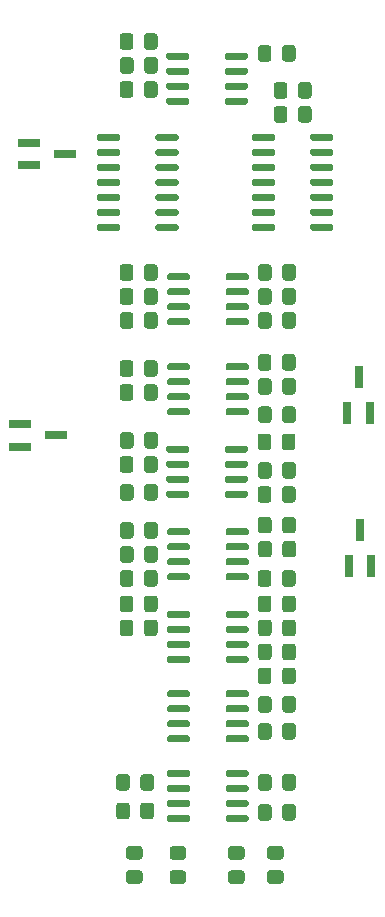
<source format=gbr>
G04 #@! TF.GenerationSoftware,KiCad,Pcbnew,5.1.6-c6e7f7d~86~ubuntu18.04.1*
G04 #@! TF.CreationDate,2020-06-20T10:02:23-04:00*
G04 #@! TF.ProjectId,sub_osc_board,7375625f-6f73-4635-9f62-6f6172642e6b,rev?*
G04 #@! TF.SameCoordinates,Original*
G04 #@! TF.FileFunction,Paste,Top*
G04 #@! TF.FilePolarity,Positive*
%FSLAX46Y46*%
G04 Gerber Fmt 4.6, Leading zero omitted, Abs format (unit mm)*
G04 Created by KiCad (PCBNEW 5.1.6-c6e7f7d~86~ubuntu18.04.1) date 2020-06-20 10:02:23*
%MOMM*%
%LPD*%
G01*
G04 APERTURE LIST*
%ADD10R,1.900000X0.800000*%
%ADD11R,0.800000X1.900000*%
G04 APERTURE END LIST*
G36*
G01*
X88949000Y-74479999D02*
X88949000Y-75380001D01*
G75*
G02*
X88699001Y-75630000I-249999J0D01*
G01*
X88048999Y-75630000D01*
G75*
G02*
X87799000Y-75380001I0J249999D01*
G01*
X87799000Y-74479999D01*
G75*
G02*
X88048999Y-74230000I249999J0D01*
G01*
X88699001Y-74230000D01*
G75*
G02*
X88949000Y-74479999I0J-249999D01*
G01*
G37*
G36*
G01*
X90999000Y-74479999D02*
X90999000Y-75380001D01*
G75*
G02*
X90749001Y-75630000I-249999J0D01*
G01*
X90098999Y-75630000D01*
G75*
G02*
X89849000Y-75380001I0J249999D01*
G01*
X89849000Y-74479999D01*
G75*
G02*
X90098999Y-74230000I249999J0D01*
G01*
X90749001Y-74230000D01*
G75*
G02*
X90999000Y-74479999I0J-249999D01*
G01*
G37*
G36*
G01*
X88958000Y-76511999D02*
X88958000Y-77412001D01*
G75*
G02*
X88708001Y-77662000I-249999J0D01*
G01*
X88057999Y-77662000D01*
G75*
G02*
X87808000Y-77412001I0J249999D01*
G01*
X87808000Y-76511999D01*
G75*
G02*
X88057999Y-76262000I249999J0D01*
G01*
X88708001Y-76262000D01*
G75*
G02*
X88958000Y-76511999I0J-249999D01*
G01*
G37*
G36*
G01*
X91008000Y-76511999D02*
X91008000Y-77412001D01*
G75*
G02*
X90758001Y-77662000I-249999J0D01*
G01*
X90107999Y-77662000D01*
G75*
G02*
X89858000Y-77412001I0J249999D01*
G01*
X89858000Y-76511999D01*
G75*
G02*
X90107999Y-76262000I249999J0D01*
G01*
X90758001Y-76262000D01*
G75*
G02*
X91008000Y-76511999I0J-249999D01*
G01*
G37*
D10*
X83137000Y-62854800D03*
X80137000Y-63804800D03*
X80137000Y-61904800D03*
X82384900Y-86702900D03*
X79384900Y-87652900D03*
X79384900Y-85752900D03*
D11*
X108028700Y-81772500D03*
X108978700Y-84772500D03*
X107078700Y-84772500D03*
X108155700Y-94713800D03*
X109105700Y-97713800D03*
X107205700Y-97713800D03*
G36*
G01*
X93750000Y-112245000D02*
X93750000Y-112545000D01*
G75*
G02*
X93600000Y-112695000I-150000J0D01*
G01*
X91950000Y-112695000D01*
G75*
G02*
X91800000Y-112545000I0J150000D01*
G01*
X91800000Y-112245000D01*
G75*
G02*
X91950000Y-112095000I150000J0D01*
G01*
X93600000Y-112095000D01*
G75*
G02*
X93750000Y-112245000I0J-150000D01*
G01*
G37*
G36*
G01*
X93750000Y-110975000D02*
X93750000Y-111275000D01*
G75*
G02*
X93600000Y-111425000I-150000J0D01*
G01*
X91950000Y-111425000D01*
G75*
G02*
X91800000Y-111275000I0J150000D01*
G01*
X91800000Y-110975000D01*
G75*
G02*
X91950000Y-110825000I150000J0D01*
G01*
X93600000Y-110825000D01*
G75*
G02*
X93750000Y-110975000I0J-150000D01*
G01*
G37*
G36*
G01*
X93750000Y-109705000D02*
X93750000Y-110005000D01*
G75*
G02*
X93600000Y-110155000I-150000J0D01*
G01*
X91950000Y-110155000D01*
G75*
G02*
X91800000Y-110005000I0J150000D01*
G01*
X91800000Y-109705000D01*
G75*
G02*
X91950000Y-109555000I150000J0D01*
G01*
X93600000Y-109555000D01*
G75*
G02*
X93750000Y-109705000I0J-150000D01*
G01*
G37*
G36*
G01*
X93750000Y-108435000D02*
X93750000Y-108735000D01*
G75*
G02*
X93600000Y-108885000I-150000J0D01*
G01*
X91950000Y-108885000D01*
G75*
G02*
X91800000Y-108735000I0J150000D01*
G01*
X91800000Y-108435000D01*
G75*
G02*
X91950000Y-108285000I150000J0D01*
G01*
X93600000Y-108285000D01*
G75*
G02*
X93750000Y-108435000I0J-150000D01*
G01*
G37*
G36*
G01*
X98700000Y-108435000D02*
X98700000Y-108735000D01*
G75*
G02*
X98550000Y-108885000I-150000J0D01*
G01*
X96900000Y-108885000D01*
G75*
G02*
X96750000Y-108735000I0J150000D01*
G01*
X96750000Y-108435000D01*
G75*
G02*
X96900000Y-108285000I150000J0D01*
G01*
X98550000Y-108285000D01*
G75*
G02*
X98700000Y-108435000I0J-150000D01*
G01*
G37*
G36*
G01*
X98700000Y-109705000D02*
X98700000Y-110005000D01*
G75*
G02*
X98550000Y-110155000I-150000J0D01*
G01*
X96900000Y-110155000D01*
G75*
G02*
X96750000Y-110005000I0J150000D01*
G01*
X96750000Y-109705000D01*
G75*
G02*
X96900000Y-109555000I150000J0D01*
G01*
X98550000Y-109555000D01*
G75*
G02*
X98700000Y-109705000I0J-150000D01*
G01*
G37*
G36*
G01*
X98700000Y-110975000D02*
X98700000Y-111275000D01*
G75*
G02*
X98550000Y-111425000I-150000J0D01*
G01*
X96900000Y-111425000D01*
G75*
G02*
X96750000Y-111275000I0J150000D01*
G01*
X96750000Y-110975000D01*
G75*
G02*
X96900000Y-110825000I150000J0D01*
G01*
X98550000Y-110825000D01*
G75*
G02*
X98700000Y-110975000I0J-150000D01*
G01*
G37*
G36*
G01*
X98700000Y-112245000D02*
X98700000Y-112545000D01*
G75*
G02*
X98550000Y-112695000I-150000J0D01*
G01*
X96900000Y-112695000D01*
G75*
G02*
X96750000Y-112545000I0J150000D01*
G01*
X96750000Y-112245000D01*
G75*
G02*
X96900000Y-112095000I150000J0D01*
G01*
X98550000Y-112095000D01*
G75*
G02*
X98700000Y-112245000I0J-150000D01*
G01*
G37*
G36*
G01*
X93750000Y-118976000D02*
X93750000Y-119276000D01*
G75*
G02*
X93600000Y-119426000I-150000J0D01*
G01*
X91950000Y-119426000D01*
G75*
G02*
X91800000Y-119276000I0J150000D01*
G01*
X91800000Y-118976000D01*
G75*
G02*
X91950000Y-118826000I150000J0D01*
G01*
X93600000Y-118826000D01*
G75*
G02*
X93750000Y-118976000I0J-150000D01*
G01*
G37*
G36*
G01*
X93750000Y-117706000D02*
X93750000Y-118006000D01*
G75*
G02*
X93600000Y-118156000I-150000J0D01*
G01*
X91950000Y-118156000D01*
G75*
G02*
X91800000Y-118006000I0J150000D01*
G01*
X91800000Y-117706000D01*
G75*
G02*
X91950000Y-117556000I150000J0D01*
G01*
X93600000Y-117556000D01*
G75*
G02*
X93750000Y-117706000I0J-150000D01*
G01*
G37*
G36*
G01*
X93750000Y-116436000D02*
X93750000Y-116736000D01*
G75*
G02*
X93600000Y-116886000I-150000J0D01*
G01*
X91950000Y-116886000D01*
G75*
G02*
X91800000Y-116736000I0J150000D01*
G01*
X91800000Y-116436000D01*
G75*
G02*
X91950000Y-116286000I150000J0D01*
G01*
X93600000Y-116286000D01*
G75*
G02*
X93750000Y-116436000I0J-150000D01*
G01*
G37*
G36*
G01*
X93750000Y-115166000D02*
X93750000Y-115466000D01*
G75*
G02*
X93600000Y-115616000I-150000J0D01*
G01*
X91950000Y-115616000D01*
G75*
G02*
X91800000Y-115466000I0J150000D01*
G01*
X91800000Y-115166000D01*
G75*
G02*
X91950000Y-115016000I150000J0D01*
G01*
X93600000Y-115016000D01*
G75*
G02*
X93750000Y-115166000I0J-150000D01*
G01*
G37*
G36*
G01*
X98700000Y-115166000D02*
X98700000Y-115466000D01*
G75*
G02*
X98550000Y-115616000I-150000J0D01*
G01*
X96900000Y-115616000D01*
G75*
G02*
X96750000Y-115466000I0J150000D01*
G01*
X96750000Y-115166000D01*
G75*
G02*
X96900000Y-115016000I150000J0D01*
G01*
X98550000Y-115016000D01*
G75*
G02*
X98700000Y-115166000I0J-150000D01*
G01*
G37*
G36*
G01*
X98700000Y-116436000D02*
X98700000Y-116736000D01*
G75*
G02*
X98550000Y-116886000I-150000J0D01*
G01*
X96900000Y-116886000D01*
G75*
G02*
X96750000Y-116736000I0J150000D01*
G01*
X96750000Y-116436000D01*
G75*
G02*
X96900000Y-116286000I150000J0D01*
G01*
X98550000Y-116286000D01*
G75*
G02*
X98700000Y-116436000I0J-150000D01*
G01*
G37*
G36*
G01*
X98700000Y-117706000D02*
X98700000Y-118006000D01*
G75*
G02*
X98550000Y-118156000I-150000J0D01*
G01*
X96900000Y-118156000D01*
G75*
G02*
X96750000Y-118006000I0J150000D01*
G01*
X96750000Y-117706000D01*
G75*
G02*
X96900000Y-117556000I150000J0D01*
G01*
X98550000Y-117556000D01*
G75*
G02*
X98700000Y-117706000I0J-150000D01*
G01*
G37*
G36*
G01*
X98700000Y-118976000D02*
X98700000Y-119276000D01*
G75*
G02*
X98550000Y-119426000I-150000J0D01*
G01*
X96900000Y-119426000D01*
G75*
G02*
X96750000Y-119276000I0J150000D01*
G01*
X96750000Y-118976000D01*
G75*
G02*
X96900000Y-118826000I150000J0D01*
G01*
X98550000Y-118826000D01*
G75*
G02*
X98700000Y-118976000I0J-150000D01*
G01*
G37*
G36*
G01*
X98113001Y-122622000D02*
X97212999Y-122622000D01*
G75*
G02*
X96963000Y-122372001I0J249999D01*
G01*
X96963000Y-121721999D01*
G75*
G02*
X97212999Y-121472000I249999J0D01*
G01*
X98113001Y-121472000D01*
G75*
G02*
X98363000Y-121721999I0J-249999D01*
G01*
X98363000Y-122372001D01*
G75*
G02*
X98113001Y-122622000I-249999J0D01*
G01*
G37*
G36*
G01*
X98113001Y-124672000D02*
X97212999Y-124672000D01*
G75*
G02*
X96963000Y-124422001I0J249999D01*
G01*
X96963000Y-123771999D01*
G75*
G02*
X97212999Y-123522000I249999J0D01*
G01*
X98113001Y-123522000D01*
G75*
G02*
X98363000Y-123771999I0J-249999D01*
G01*
X98363000Y-124422001D01*
G75*
G02*
X98113001Y-124672000I-249999J0D01*
G01*
G37*
G36*
G01*
X93160001Y-122622000D02*
X92259999Y-122622000D01*
G75*
G02*
X92010000Y-122372001I0J249999D01*
G01*
X92010000Y-121721999D01*
G75*
G02*
X92259999Y-121472000I249999J0D01*
G01*
X93160001Y-121472000D01*
G75*
G02*
X93410000Y-121721999I0J-249999D01*
G01*
X93410000Y-122372001D01*
G75*
G02*
X93160001Y-122622000I-249999J0D01*
G01*
G37*
G36*
G01*
X93160001Y-124672000D02*
X92259999Y-124672000D01*
G75*
G02*
X92010000Y-124422001I0J249999D01*
G01*
X92010000Y-123771999D01*
G75*
G02*
X92259999Y-123522000I249999J0D01*
G01*
X93160001Y-123522000D01*
G75*
G02*
X93410000Y-123771999I0J-249999D01*
G01*
X93410000Y-124422001D01*
G75*
G02*
X93160001Y-124672000I-249999J0D01*
G01*
G37*
G36*
G01*
X89477001Y-122604000D02*
X88576999Y-122604000D01*
G75*
G02*
X88327000Y-122354001I0J249999D01*
G01*
X88327000Y-121703999D01*
G75*
G02*
X88576999Y-121454000I249999J0D01*
G01*
X89477001Y-121454000D01*
G75*
G02*
X89727000Y-121703999I0J-249999D01*
G01*
X89727000Y-122354001D01*
G75*
G02*
X89477001Y-122604000I-249999J0D01*
G01*
G37*
G36*
G01*
X89477001Y-124654000D02*
X88576999Y-124654000D01*
G75*
G02*
X88327000Y-124404001I0J249999D01*
G01*
X88327000Y-123753999D01*
G75*
G02*
X88576999Y-123504000I249999J0D01*
G01*
X89477001Y-123504000D01*
G75*
G02*
X89727000Y-123753999I0J-249999D01*
G01*
X89727000Y-124404001D01*
G75*
G02*
X89477001Y-124654000I-249999J0D01*
G01*
G37*
G36*
G01*
X101551000Y-109924001D02*
X101551000Y-109023999D01*
G75*
G02*
X101800999Y-108774000I249999J0D01*
G01*
X102451001Y-108774000D01*
G75*
G02*
X102701000Y-109023999I0J-249999D01*
G01*
X102701000Y-109924001D01*
G75*
G02*
X102451001Y-110174000I-249999J0D01*
G01*
X101800999Y-110174000D01*
G75*
G02*
X101551000Y-109924001I0J249999D01*
G01*
G37*
G36*
G01*
X99501000Y-109924001D02*
X99501000Y-109023999D01*
G75*
G02*
X99750999Y-108774000I249999J0D01*
G01*
X100401001Y-108774000D01*
G75*
G02*
X100651000Y-109023999I0J-249999D01*
G01*
X100651000Y-109924001D01*
G75*
G02*
X100401001Y-110174000I-249999J0D01*
G01*
X99750999Y-110174000D01*
G75*
G02*
X99501000Y-109924001I0J249999D01*
G01*
G37*
G36*
G01*
X88644200Y-115627999D02*
X88644200Y-116528001D01*
G75*
G02*
X88394201Y-116778000I-249999J0D01*
G01*
X87744199Y-116778000D01*
G75*
G02*
X87494200Y-116528001I0J249999D01*
G01*
X87494200Y-115627999D01*
G75*
G02*
X87744199Y-115378000I249999J0D01*
G01*
X88394201Y-115378000D01*
G75*
G02*
X88644200Y-115627999I0J-249999D01*
G01*
G37*
G36*
G01*
X90694200Y-115627999D02*
X90694200Y-116528001D01*
G75*
G02*
X90444201Y-116778000I-249999J0D01*
G01*
X89794199Y-116778000D01*
G75*
G02*
X89544200Y-116528001I0J249999D01*
G01*
X89544200Y-115627999D01*
G75*
G02*
X89794199Y-115378000I249999J0D01*
G01*
X90444201Y-115378000D01*
G75*
G02*
X90694200Y-115627999I0J-249999D01*
G01*
G37*
G36*
G01*
X101551000Y-116528001D02*
X101551000Y-115627999D01*
G75*
G02*
X101800999Y-115378000I249999J0D01*
G01*
X102451001Y-115378000D01*
G75*
G02*
X102701000Y-115627999I0J-249999D01*
G01*
X102701000Y-116528001D01*
G75*
G02*
X102451001Y-116778000I-249999J0D01*
G01*
X101800999Y-116778000D01*
G75*
G02*
X101551000Y-116528001I0J249999D01*
G01*
G37*
G36*
G01*
X99501000Y-116528001D02*
X99501000Y-115627999D01*
G75*
G02*
X99750999Y-115378000I249999J0D01*
G01*
X100401001Y-115378000D01*
G75*
G02*
X100651000Y-115627999I0J-249999D01*
G01*
X100651000Y-116528001D01*
G75*
G02*
X100401001Y-116778000I-249999J0D01*
G01*
X99750999Y-116778000D01*
G75*
G02*
X99501000Y-116528001I0J249999D01*
G01*
G37*
G36*
G01*
X101551000Y-112210001D02*
X101551000Y-111309999D01*
G75*
G02*
X101800999Y-111060000I249999J0D01*
G01*
X102451001Y-111060000D01*
G75*
G02*
X102701000Y-111309999I0J-249999D01*
G01*
X102701000Y-112210001D01*
G75*
G02*
X102451001Y-112460000I-249999J0D01*
G01*
X101800999Y-112460000D01*
G75*
G02*
X101551000Y-112210001I0J249999D01*
G01*
G37*
G36*
G01*
X99501000Y-112210001D02*
X99501000Y-111309999D01*
G75*
G02*
X99750999Y-111060000I249999J0D01*
G01*
X100401001Y-111060000D01*
G75*
G02*
X100651000Y-111309999I0J-249999D01*
G01*
X100651000Y-112210001D01*
G75*
G02*
X100401001Y-112460000I-249999J0D01*
G01*
X99750999Y-112460000D01*
G75*
G02*
X99501000Y-112210001I0J249999D01*
G01*
G37*
G36*
G01*
X101415001Y-122613000D02*
X100514999Y-122613000D01*
G75*
G02*
X100265000Y-122363001I0J249999D01*
G01*
X100265000Y-121712999D01*
G75*
G02*
X100514999Y-121463000I249999J0D01*
G01*
X101415001Y-121463000D01*
G75*
G02*
X101665000Y-121712999I0J-249999D01*
G01*
X101665000Y-122363001D01*
G75*
G02*
X101415001Y-122613000I-249999J0D01*
G01*
G37*
G36*
G01*
X101415001Y-124663000D02*
X100514999Y-124663000D01*
G75*
G02*
X100265000Y-124413001I0J249999D01*
G01*
X100265000Y-123762999D01*
G75*
G02*
X100514999Y-123513000I249999J0D01*
G01*
X101415001Y-123513000D01*
G75*
G02*
X101665000Y-123762999I0J-249999D01*
G01*
X101665000Y-124413001D01*
G75*
G02*
X101415001Y-124663000I-249999J0D01*
G01*
G37*
G36*
G01*
X88644200Y-118040999D02*
X88644200Y-118941001D01*
G75*
G02*
X88394201Y-119191000I-249999J0D01*
G01*
X87744199Y-119191000D01*
G75*
G02*
X87494200Y-118941001I0J249999D01*
G01*
X87494200Y-118040999D01*
G75*
G02*
X87744199Y-117791000I249999J0D01*
G01*
X88394201Y-117791000D01*
G75*
G02*
X88644200Y-118040999I0J-249999D01*
G01*
G37*
G36*
G01*
X90694200Y-118040999D02*
X90694200Y-118941001D01*
G75*
G02*
X90444201Y-119191000I-249999J0D01*
G01*
X89794199Y-119191000D01*
G75*
G02*
X89544200Y-118941001I0J249999D01*
G01*
X89544200Y-118040999D01*
G75*
G02*
X89794199Y-117791000I249999J0D01*
G01*
X90444201Y-117791000D01*
G75*
G02*
X90694200Y-118040999I0J-249999D01*
G01*
G37*
G36*
G01*
X100651000Y-118167999D02*
X100651000Y-119068001D01*
G75*
G02*
X100401001Y-119318000I-249999J0D01*
G01*
X99750999Y-119318000D01*
G75*
G02*
X99501000Y-119068001I0J249999D01*
G01*
X99501000Y-118167999D01*
G75*
G02*
X99750999Y-117918000I249999J0D01*
G01*
X100401001Y-117918000D01*
G75*
G02*
X100651000Y-118167999I0J-249999D01*
G01*
G37*
G36*
G01*
X102701000Y-118167999D02*
X102701000Y-119068001D01*
G75*
G02*
X102451001Y-119318000I-249999J0D01*
G01*
X101800999Y-119318000D01*
G75*
G02*
X101551000Y-119068001I0J249999D01*
G01*
X101551000Y-118167999D01*
G75*
G02*
X101800999Y-117918000I249999J0D01*
G01*
X102451001Y-117918000D01*
G75*
G02*
X102701000Y-118167999I0J-249999D01*
G01*
G37*
G36*
G01*
X87820600Y-68938000D02*
X87820600Y-69238000D01*
G75*
G02*
X87670600Y-69388000I-150000J0D01*
G01*
X86020600Y-69388000D01*
G75*
G02*
X85870600Y-69238000I0J150000D01*
G01*
X85870600Y-68938000D01*
G75*
G02*
X86020600Y-68788000I150000J0D01*
G01*
X87670600Y-68788000D01*
G75*
G02*
X87820600Y-68938000I0J-150000D01*
G01*
G37*
G36*
G01*
X87820600Y-67668000D02*
X87820600Y-67968000D01*
G75*
G02*
X87670600Y-68118000I-150000J0D01*
G01*
X86020600Y-68118000D01*
G75*
G02*
X85870600Y-67968000I0J150000D01*
G01*
X85870600Y-67668000D01*
G75*
G02*
X86020600Y-67518000I150000J0D01*
G01*
X87670600Y-67518000D01*
G75*
G02*
X87820600Y-67668000I0J-150000D01*
G01*
G37*
G36*
G01*
X87820600Y-66398000D02*
X87820600Y-66698000D01*
G75*
G02*
X87670600Y-66848000I-150000J0D01*
G01*
X86020600Y-66848000D01*
G75*
G02*
X85870600Y-66698000I0J150000D01*
G01*
X85870600Y-66398000D01*
G75*
G02*
X86020600Y-66248000I150000J0D01*
G01*
X87670600Y-66248000D01*
G75*
G02*
X87820600Y-66398000I0J-150000D01*
G01*
G37*
G36*
G01*
X87820600Y-65128000D02*
X87820600Y-65428000D01*
G75*
G02*
X87670600Y-65578000I-150000J0D01*
G01*
X86020600Y-65578000D01*
G75*
G02*
X85870600Y-65428000I0J150000D01*
G01*
X85870600Y-65128000D01*
G75*
G02*
X86020600Y-64978000I150000J0D01*
G01*
X87670600Y-64978000D01*
G75*
G02*
X87820600Y-65128000I0J-150000D01*
G01*
G37*
G36*
G01*
X87820600Y-63858000D02*
X87820600Y-64158000D01*
G75*
G02*
X87670600Y-64308000I-150000J0D01*
G01*
X86020600Y-64308000D01*
G75*
G02*
X85870600Y-64158000I0J150000D01*
G01*
X85870600Y-63858000D01*
G75*
G02*
X86020600Y-63708000I150000J0D01*
G01*
X87670600Y-63708000D01*
G75*
G02*
X87820600Y-63858000I0J-150000D01*
G01*
G37*
G36*
G01*
X87820600Y-62588000D02*
X87820600Y-62888000D01*
G75*
G02*
X87670600Y-63038000I-150000J0D01*
G01*
X86020600Y-63038000D01*
G75*
G02*
X85870600Y-62888000I0J150000D01*
G01*
X85870600Y-62588000D01*
G75*
G02*
X86020600Y-62438000I150000J0D01*
G01*
X87670600Y-62438000D01*
G75*
G02*
X87820600Y-62588000I0J-150000D01*
G01*
G37*
G36*
G01*
X87820600Y-61318000D02*
X87820600Y-61618000D01*
G75*
G02*
X87670600Y-61768000I-150000J0D01*
G01*
X86020600Y-61768000D01*
G75*
G02*
X85870600Y-61618000I0J150000D01*
G01*
X85870600Y-61318000D01*
G75*
G02*
X86020600Y-61168000I150000J0D01*
G01*
X87670600Y-61168000D01*
G75*
G02*
X87820600Y-61318000I0J-150000D01*
G01*
G37*
G36*
G01*
X92770600Y-61318000D02*
X92770600Y-61618000D01*
G75*
G02*
X92620600Y-61768000I-150000J0D01*
G01*
X90970600Y-61768000D01*
G75*
G02*
X90820600Y-61618000I0J150000D01*
G01*
X90820600Y-61318000D01*
G75*
G02*
X90970600Y-61168000I150000J0D01*
G01*
X92620600Y-61168000D01*
G75*
G02*
X92770600Y-61318000I0J-150000D01*
G01*
G37*
G36*
G01*
X92770600Y-62588000D02*
X92770600Y-62888000D01*
G75*
G02*
X92620600Y-63038000I-150000J0D01*
G01*
X90970600Y-63038000D01*
G75*
G02*
X90820600Y-62888000I0J150000D01*
G01*
X90820600Y-62588000D01*
G75*
G02*
X90970600Y-62438000I150000J0D01*
G01*
X92620600Y-62438000D01*
G75*
G02*
X92770600Y-62588000I0J-150000D01*
G01*
G37*
G36*
G01*
X92770600Y-63858000D02*
X92770600Y-64158000D01*
G75*
G02*
X92620600Y-64308000I-150000J0D01*
G01*
X90970600Y-64308000D01*
G75*
G02*
X90820600Y-64158000I0J150000D01*
G01*
X90820600Y-63858000D01*
G75*
G02*
X90970600Y-63708000I150000J0D01*
G01*
X92620600Y-63708000D01*
G75*
G02*
X92770600Y-63858000I0J-150000D01*
G01*
G37*
G36*
G01*
X92770600Y-65128000D02*
X92770600Y-65428000D01*
G75*
G02*
X92620600Y-65578000I-150000J0D01*
G01*
X90970600Y-65578000D01*
G75*
G02*
X90820600Y-65428000I0J150000D01*
G01*
X90820600Y-65128000D01*
G75*
G02*
X90970600Y-64978000I150000J0D01*
G01*
X92620600Y-64978000D01*
G75*
G02*
X92770600Y-65128000I0J-150000D01*
G01*
G37*
G36*
G01*
X92770600Y-66398000D02*
X92770600Y-66698000D01*
G75*
G02*
X92620600Y-66848000I-150000J0D01*
G01*
X90970600Y-66848000D01*
G75*
G02*
X90820600Y-66698000I0J150000D01*
G01*
X90820600Y-66398000D01*
G75*
G02*
X90970600Y-66248000I150000J0D01*
G01*
X92620600Y-66248000D01*
G75*
G02*
X92770600Y-66398000I0J-150000D01*
G01*
G37*
G36*
G01*
X92770600Y-67668000D02*
X92770600Y-67968000D01*
G75*
G02*
X92620600Y-68118000I-150000J0D01*
G01*
X90970600Y-68118000D01*
G75*
G02*
X90820600Y-67968000I0J150000D01*
G01*
X90820600Y-67668000D01*
G75*
G02*
X90970600Y-67518000I150000J0D01*
G01*
X92620600Y-67518000D01*
G75*
G02*
X92770600Y-67668000I0J-150000D01*
G01*
G37*
G36*
G01*
X92770600Y-68938000D02*
X92770600Y-69238000D01*
G75*
G02*
X92620600Y-69388000I-150000J0D01*
G01*
X90970600Y-69388000D01*
G75*
G02*
X90820600Y-69238000I0J150000D01*
G01*
X90820600Y-68938000D01*
G75*
G02*
X90970600Y-68788000I150000J0D01*
G01*
X92620600Y-68788000D01*
G75*
G02*
X92770600Y-68938000I0J-150000D01*
G01*
G37*
G36*
G01*
X100927000Y-68938000D02*
X100927000Y-69238000D01*
G75*
G02*
X100777000Y-69388000I-150000J0D01*
G01*
X99127000Y-69388000D01*
G75*
G02*
X98977000Y-69238000I0J150000D01*
G01*
X98977000Y-68938000D01*
G75*
G02*
X99127000Y-68788000I150000J0D01*
G01*
X100777000Y-68788000D01*
G75*
G02*
X100927000Y-68938000I0J-150000D01*
G01*
G37*
G36*
G01*
X100927000Y-67668000D02*
X100927000Y-67968000D01*
G75*
G02*
X100777000Y-68118000I-150000J0D01*
G01*
X99127000Y-68118000D01*
G75*
G02*
X98977000Y-67968000I0J150000D01*
G01*
X98977000Y-67668000D01*
G75*
G02*
X99127000Y-67518000I150000J0D01*
G01*
X100777000Y-67518000D01*
G75*
G02*
X100927000Y-67668000I0J-150000D01*
G01*
G37*
G36*
G01*
X100927000Y-66398000D02*
X100927000Y-66698000D01*
G75*
G02*
X100777000Y-66848000I-150000J0D01*
G01*
X99127000Y-66848000D01*
G75*
G02*
X98977000Y-66698000I0J150000D01*
G01*
X98977000Y-66398000D01*
G75*
G02*
X99127000Y-66248000I150000J0D01*
G01*
X100777000Y-66248000D01*
G75*
G02*
X100927000Y-66398000I0J-150000D01*
G01*
G37*
G36*
G01*
X100927000Y-65128000D02*
X100927000Y-65428000D01*
G75*
G02*
X100777000Y-65578000I-150000J0D01*
G01*
X99127000Y-65578000D01*
G75*
G02*
X98977000Y-65428000I0J150000D01*
G01*
X98977000Y-65128000D01*
G75*
G02*
X99127000Y-64978000I150000J0D01*
G01*
X100777000Y-64978000D01*
G75*
G02*
X100927000Y-65128000I0J-150000D01*
G01*
G37*
G36*
G01*
X100927000Y-63858000D02*
X100927000Y-64158000D01*
G75*
G02*
X100777000Y-64308000I-150000J0D01*
G01*
X99127000Y-64308000D01*
G75*
G02*
X98977000Y-64158000I0J150000D01*
G01*
X98977000Y-63858000D01*
G75*
G02*
X99127000Y-63708000I150000J0D01*
G01*
X100777000Y-63708000D01*
G75*
G02*
X100927000Y-63858000I0J-150000D01*
G01*
G37*
G36*
G01*
X100927000Y-62588000D02*
X100927000Y-62888000D01*
G75*
G02*
X100777000Y-63038000I-150000J0D01*
G01*
X99127000Y-63038000D01*
G75*
G02*
X98977000Y-62888000I0J150000D01*
G01*
X98977000Y-62588000D01*
G75*
G02*
X99127000Y-62438000I150000J0D01*
G01*
X100777000Y-62438000D01*
G75*
G02*
X100927000Y-62588000I0J-150000D01*
G01*
G37*
G36*
G01*
X100927000Y-61318000D02*
X100927000Y-61618000D01*
G75*
G02*
X100777000Y-61768000I-150000J0D01*
G01*
X99127000Y-61768000D01*
G75*
G02*
X98977000Y-61618000I0J150000D01*
G01*
X98977000Y-61318000D01*
G75*
G02*
X99127000Y-61168000I150000J0D01*
G01*
X100777000Y-61168000D01*
G75*
G02*
X100927000Y-61318000I0J-150000D01*
G01*
G37*
G36*
G01*
X105877000Y-61318000D02*
X105877000Y-61618000D01*
G75*
G02*
X105727000Y-61768000I-150000J0D01*
G01*
X104077000Y-61768000D01*
G75*
G02*
X103927000Y-61618000I0J150000D01*
G01*
X103927000Y-61318000D01*
G75*
G02*
X104077000Y-61168000I150000J0D01*
G01*
X105727000Y-61168000D01*
G75*
G02*
X105877000Y-61318000I0J-150000D01*
G01*
G37*
G36*
G01*
X105877000Y-62588000D02*
X105877000Y-62888000D01*
G75*
G02*
X105727000Y-63038000I-150000J0D01*
G01*
X104077000Y-63038000D01*
G75*
G02*
X103927000Y-62888000I0J150000D01*
G01*
X103927000Y-62588000D01*
G75*
G02*
X104077000Y-62438000I150000J0D01*
G01*
X105727000Y-62438000D01*
G75*
G02*
X105877000Y-62588000I0J-150000D01*
G01*
G37*
G36*
G01*
X105877000Y-63858000D02*
X105877000Y-64158000D01*
G75*
G02*
X105727000Y-64308000I-150000J0D01*
G01*
X104077000Y-64308000D01*
G75*
G02*
X103927000Y-64158000I0J150000D01*
G01*
X103927000Y-63858000D01*
G75*
G02*
X104077000Y-63708000I150000J0D01*
G01*
X105727000Y-63708000D01*
G75*
G02*
X105877000Y-63858000I0J-150000D01*
G01*
G37*
G36*
G01*
X105877000Y-65128000D02*
X105877000Y-65428000D01*
G75*
G02*
X105727000Y-65578000I-150000J0D01*
G01*
X104077000Y-65578000D01*
G75*
G02*
X103927000Y-65428000I0J150000D01*
G01*
X103927000Y-65128000D01*
G75*
G02*
X104077000Y-64978000I150000J0D01*
G01*
X105727000Y-64978000D01*
G75*
G02*
X105877000Y-65128000I0J-150000D01*
G01*
G37*
G36*
G01*
X105877000Y-66398000D02*
X105877000Y-66698000D01*
G75*
G02*
X105727000Y-66848000I-150000J0D01*
G01*
X104077000Y-66848000D01*
G75*
G02*
X103927000Y-66698000I0J150000D01*
G01*
X103927000Y-66398000D01*
G75*
G02*
X104077000Y-66248000I150000J0D01*
G01*
X105727000Y-66248000D01*
G75*
G02*
X105877000Y-66398000I0J-150000D01*
G01*
G37*
G36*
G01*
X105877000Y-67668000D02*
X105877000Y-67968000D01*
G75*
G02*
X105727000Y-68118000I-150000J0D01*
G01*
X104077000Y-68118000D01*
G75*
G02*
X103927000Y-67968000I0J150000D01*
G01*
X103927000Y-67668000D01*
G75*
G02*
X104077000Y-67518000I150000J0D01*
G01*
X105727000Y-67518000D01*
G75*
G02*
X105877000Y-67668000I0J-150000D01*
G01*
G37*
G36*
G01*
X105877000Y-68938000D02*
X105877000Y-69238000D01*
G75*
G02*
X105727000Y-69388000I-150000J0D01*
G01*
X104077000Y-69388000D01*
G75*
G02*
X103927000Y-69238000I0J150000D01*
G01*
X103927000Y-68938000D01*
G75*
G02*
X104077000Y-68788000I150000J0D01*
G01*
X105727000Y-68788000D01*
G75*
G02*
X105877000Y-68938000I0J-150000D01*
G01*
G37*
G36*
G01*
X93750000Y-105514000D02*
X93750000Y-105814000D01*
G75*
G02*
X93600000Y-105964000I-150000J0D01*
G01*
X91950000Y-105964000D01*
G75*
G02*
X91800000Y-105814000I0J150000D01*
G01*
X91800000Y-105514000D01*
G75*
G02*
X91950000Y-105364000I150000J0D01*
G01*
X93600000Y-105364000D01*
G75*
G02*
X93750000Y-105514000I0J-150000D01*
G01*
G37*
G36*
G01*
X93750000Y-104244000D02*
X93750000Y-104544000D01*
G75*
G02*
X93600000Y-104694000I-150000J0D01*
G01*
X91950000Y-104694000D01*
G75*
G02*
X91800000Y-104544000I0J150000D01*
G01*
X91800000Y-104244000D01*
G75*
G02*
X91950000Y-104094000I150000J0D01*
G01*
X93600000Y-104094000D01*
G75*
G02*
X93750000Y-104244000I0J-150000D01*
G01*
G37*
G36*
G01*
X93750000Y-102974000D02*
X93750000Y-103274000D01*
G75*
G02*
X93600000Y-103424000I-150000J0D01*
G01*
X91950000Y-103424000D01*
G75*
G02*
X91800000Y-103274000I0J150000D01*
G01*
X91800000Y-102974000D01*
G75*
G02*
X91950000Y-102824000I150000J0D01*
G01*
X93600000Y-102824000D01*
G75*
G02*
X93750000Y-102974000I0J-150000D01*
G01*
G37*
G36*
G01*
X93750000Y-101704000D02*
X93750000Y-102004000D01*
G75*
G02*
X93600000Y-102154000I-150000J0D01*
G01*
X91950000Y-102154000D01*
G75*
G02*
X91800000Y-102004000I0J150000D01*
G01*
X91800000Y-101704000D01*
G75*
G02*
X91950000Y-101554000I150000J0D01*
G01*
X93600000Y-101554000D01*
G75*
G02*
X93750000Y-101704000I0J-150000D01*
G01*
G37*
G36*
G01*
X98700000Y-101704000D02*
X98700000Y-102004000D01*
G75*
G02*
X98550000Y-102154000I-150000J0D01*
G01*
X96900000Y-102154000D01*
G75*
G02*
X96750000Y-102004000I0J150000D01*
G01*
X96750000Y-101704000D01*
G75*
G02*
X96900000Y-101554000I150000J0D01*
G01*
X98550000Y-101554000D01*
G75*
G02*
X98700000Y-101704000I0J-150000D01*
G01*
G37*
G36*
G01*
X98700000Y-102974000D02*
X98700000Y-103274000D01*
G75*
G02*
X98550000Y-103424000I-150000J0D01*
G01*
X96900000Y-103424000D01*
G75*
G02*
X96750000Y-103274000I0J150000D01*
G01*
X96750000Y-102974000D01*
G75*
G02*
X96900000Y-102824000I150000J0D01*
G01*
X98550000Y-102824000D01*
G75*
G02*
X98700000Y-102974000I0J-150000D01*
G01*
G37*
G36*
G01*
X98700000Y-104244000D02*
X98700000Y-104544000D01*
G75*
G02*
X98550000Y-104694000I-150000J0D01*
G01*
X96900000Y-104694000D01*
G75*
G02*
X96750000Y-104544000I0J150000D01*
G01*
X96750000Y-104244000D01*
G75*
G02*
X96900000Y-104094000I150000J0D01*
G01*
X98550000Y-104094000D01*
G75*
G02*
X98700000Y-104244000I0J-150000D01*
G01*
G37*
G36*
G01*
X98700000Y-105514000D02*
X98700000Y-105814000D01*
G75*
G02*
X98550000Y-105964000I-150000J0D01*
G01*
X96900000Y-105964000D01*
G75*
G02*
X96750000Y-105814000I0J150000D01*
G01*
X96750000Y-105514000D01*
G75*
G02*
X96900000Y-105364000I150000J0D01*
G01*
X98550000Y-105364000D01*
G75*
G02*
X98700000Y-105514000I0J-150000D01*
G01*
G37*
G36*
G01*
X93750000Y-98529000D02*
X93750000Y-98829000D01*
G75*
G02*
X93600000Y-98979000I-150000J0D01*
G01*
X91950000Y-98979000D01*
G75*
G02*
X91800000Y-98829000I0J150000D01*
G01*
X91800000Y-98529000D01*
G75*
G02*
X91950000Y-98379000I150000J0D01*
G01*
X93600000Y-98379000D01*
G75*
G02*
X93750000Y-98529000I0J-150000D01*
G01*
G37*
G36*
G01*
X93750000Y-97259000D02*
X93750000Y-97559000D01*
G75*
G02*
X93600000Y-97709000I-150000J0D01*
G01*
X91950000Y-97709000D01*
G75*
G02*
X91800000Y-97559000I0J150000D01*
G01*
X91800000Y-97259000D01*
G75*
G02*
X91950000Y-97109000I150000J0D01*
G01*
X93600000Y-97109000D01*
G75*
G02*
X93750000Y-97259000I0J-150000D01*
G01*
G37*
G36*
G01*
X93750000Y-95989000D02*
X93750000Y-96289000D01*
G75*
G02*
X93600000Y-96439000I-150000J0D01*
G01*
X91950000Y-96439000D01*
G75*
G02*
X91800000Y-96289000I0J150000D01*
G01*
X91800000Y-95989000D01*
G75*
G02*
X91950000Y-95839000I150000J0D01*
G01*
X93600000Y-95839000D01*
G75*
G02*
X93750000Y-95989000I0J-150000D01*
G01*
G37*
G36*
G01*
X93750000Y-94719000D02*
X93750000Y-95019000D01*
G75*
G02*
X93600000Y-95169000I-150000J0D01*
G01*
X91950000Y-95169000D01*
G75*
G02*
X91800000Y-95019000I0J150000D01*
G01*
X91800000Y-94719000D01*
G75*
G02*
X91950000Y-94569000I150000J0D01*
G01*
X93600000Y-94569000D01*
G75*
G02*
X93750000Y-94719000I0J-150000D01*
G01*
G37*
G36*
G01*
X98700000Y-94719000D02*
X98700000Y-95019000D01*
G75*
G02*
X98550000Y-95169000I-150000J0D01*
G01*
X96900000Y-95169000D01*
G75*
G02*
X96750000Y-95019000I0J150000D01*
G01*
X96750000Y-94719000D01*
G75*
G02*
X96900000Y-94569000I150000J0D01*
G01*
X98550000Y-94569000D01*
G75*
G02*
X98700000Y-94719000I0J-150000D01*
G01*
G37*
G36*
G01*
X98700000Y-95989000D02*
X98700000Y-96289000D01*
G75*
G02*
X98550000Y-96439000I-150000J0D01*
G01*
X96900000Y-96439000D01*
G75*
G02*
X96750000Y-96289000I0J150000D01*
G01*
X96750000Y-95989000D01*
G75*
G02*
X96900000Y-95839000I150000J0D01*
G01*
X98550000Y-95839000D01*
G75*
G02*
X98700000Y-95989000I0J-150000D01*
G01*
G37*
G36*
G01*
X98700000Y-97259000D02*
X98700000Y-97559000D01*
G75*
G02*
X98550000Y-97709000I-150000J0D01*
G01*
X96900000Y-97709000D01*
G75*
G02*
X96750000Y-97559000I0J150000D01*
G01*
X96750000Y-97259000D01*
G75*
G02*
X96900000Y-97109000I150000J0D01*
G01*
X98550000Y-97109000D01*
G75*
G02*
X98700000Y-97259000I0J-150000D01*
G01*
G37*
G36*
G01*
X98700000Y-98529000D02*
X98700000Y-98829000D01*
G75*
G02*
X98550000Y-98979000I-150000J0D01*
G01*
X96900000Y-98979000D01*
G75*
G02*
X96750000Y-98829000I0J150000D01*
G01*
X96750000Y-98529000D01*
G75*
G02*
X96900000Y-98379000I150000J0D01*
G01*
X98550000Y-98379000D01*
G75*
G02*
X98700000Y-98529000I0J-150000D01*
G01*
G37*
G36*
G01*
X93685000Y-91544000D02*
X93685000Y-91844000D01*
G75*
G02*
X93535000Y-91994000I-150000J0D01*
G01*
X91885000Y-91994000D01*
G75*
G02*
X91735000Y-91844000I0J150000D01*
G01*
X91735000Y-91544000D01*
G75*
G02*
X91885000Y-91394000I150000J0D01*
G01*
X93535000Y-91394000D01*
G75*
G02*
X93685000Y-91544000I0J-150000D01*
G01*
G37*
G36*
G01*
X93685000Y-90274000D02*
X93685000Y-90574000D01*
G75*
G02*
X93535000Y-90724000I-150000J0D01*
G01*
X91885000Y-90724000D01*
G75*
G02*
X91735000Y-90574000I0J150000D01*
G01*
X91735000Y-90274000D01*
G75*
G02*
X91885000Y-90124000I150000J0D01*
G01*
X93535000Y-90124000D01*
G75*
G02*
X93685000Y-90274000I0J-150000D01*
G01*
G37*
G36*
G01*
X93685000Y-89004000D02*
X93685000Y-89304000D01*
G75*
G02*
X93535000Y-89454000I-150000J0D01*
G01*
X91885000Y-89454000D01*
G75*
G02*
X91735000Y-89304000I0J150000D01*
G01*
X91735000Y-89004000D01*
G75*
G02*
X91885000Y-88854000I150000J0D01*
G01*
X93535000Y-88854000D01*
G75*
G02*
X93685000Y-89004000I0J-150000D01*
G01*
G37*
G36*
G01*
X93685000Y-87734000D02*
X93685000Y-88034000D01*
G75*
G02*
X93535000Y-88184000I-150000J0D01*
G01*
X91885000Y-88184000D01*
G75*
G02*
X91735000Y-88034000I0J150000D01*
G01*
X91735000Y-87734000D01*
G75*
G02*
X91885000Y-87584000I150000J0D01*
G01*
X93535000Y-87584000D01*
G75*
G02*
X93685000Y-87734000I0J-150000D01*
G01*
G37*
G36*
G01*
X98635000Y-87734000D02*
X98635000Y-88034000D01*
G75*
G02*
X98485000Y-88184000I-150000J0D01*
G01*
X96835000Y-88184000D01*
G75*
G02*
X96685000Y-88034000I0J150000D01*
G01*
X96685000Y-87734000D01*
G75*
G02*
X96835000Y-87584000I150000J0D01*
G01*
X98485000Y-87584000D01*
G75*
G02*
X98635000Y-87734000I0J-150000D01*
G01*
G37*
G36*
G01*
X98635000Y-89004000D02*
X98635000Y-89304000D01*
G75*
G02*
X98485000Y-89454000I-150000J0D01*
G01*
X96835000Y-89454000D01*
G75*
G02*
X96685000Y-89304000I0J150000D01*
G01*
X96685000Y-89004000D01*
G75*
G02*
X96835000Y-88854000I150000J0D01*
G01*
X98485000Y-88854000D01*
G75*
G02*
X98635000Y-89004000I0J-150000D01*
G01*
G37*
G36*
G01*
X98635000Y-90274000D02*
X98635000Y-90574000D01*
G75*
G02*
X98485000Y-90724000I-150000J0D01*
G01*
X96835000Y-90724000D01*
G75*
G02*
X96685000Y-90574000I0J150000D01*
G01*
X96685000Y-90274000D01*
G75*
G02*
X96835000Y-90124000I150000J0D01*
G01*
X98485000Y-90124000D01*
G75*
G02*
X98635000Y-90274000I0J-150000D01*
G01*
G37*
G36*
G01*
X98635000Y-91544000D02*
X98635000Y-91844000D01*
G75*
G02*
X98485000Y-91994000I-150000J0D01*
G01*
X96835000Y-91994000D01*
G75*
G02*
X96685000Y-91844000I0J150000D01*
G01*
X96685000Y-91544000D01*
G75*
G02*
X96835000Y-91394000I150000J0D01*
G01*
X98485000Y-91394000D01*
G75*
G02*
X98635000Y-91544000I0J-150000D01*
G01*
G37*
G36*
G01*
X93750000Y-76939000D02*
X93750000Y-77239000D01*
G75*
G02*
X93600000Y-77389000I-150000J0D01*
G01*
X91950000Y-77389000D01*
G75*
G02*
X91800000Y-77239000I0J150000D01*
G01*
X91800000Y-76939000D01*
G75*
G02*
X91950000Y-76789000I150000J0D01*
G01*
X93600000Y-76789000D01*
G75*
G02*
X93750000Y-76939000I0J-150000D01*
G01*
G37*
G36*
G01*
X93750000Y-75669000D02*
X93750000Y-75969000D01*
G75*
G02*
X93600000Y-76119000I-150000J0D01*
G01*
X91950000Y-76119000D01*
G75*
G02*
X91800000Y-75969000I0J150000D01*
G01*
X91800000Y-75669000D01*
G75*
G02*
X91950000Y-75519000I150000J0D01*
G01*
X93600000Y-75519000D01*
G75*
G02*
X93750000Y-75669000I0J-150000D01*
G01*
G37*
G36*
G01*
X93750000Y-74399000D02*
X93750000Y-74699000D01*
G75*
G02*
X93600000Y-74849000I-150000J0D01*
G01*
X91950000Y-74849000D01*
G75*
G02*
X91800000Y-74699000I0J150000D01*
G01*
X91800000Y-74399000D01*
G75*
G02*
X91950000Y-74249000I150000J0D01*
G01*
X93600000Y-74249000D01*
G75*
G02*
X93750000Y-74399000I0J-150000D01*
G01*
G37*
G36*
G01*
X93750000Y-73129000D02*
X93750000Y-73429000D01*
G75*
G02*
X93600000Y-73579000I-150000J0D01*
G01*
X91950000Y-73579000D01*
G75*
G02*
X91800000Y-73429000I0J150000D01*
G01*
X91800000Y-73129000D01*
G75*
G02*
X91950000Y-72979000I150000J0D01*
G01*
X93600000Y-72979000D01*
G75*
G02*
X93750000Y-73129000I0J-150000D01*
G01*
G37*
G36*
G01*
X98700000Y-73129000D02*
X98700000Y-73429000D01*
G75*
G02*
X98550000Y-73579000I-150000J0D01*
G01*
X96900000Y-73579000D01*
G75*
G02*
X96750000Y-73429000I0J150000D01*
G01*
X96750000Y-73129000D01*
G75*
G02*
X96900000Y-72979000I150000J0D01*
G01*
X98550000Y-72979000D01*
G75*
G02*
X98700000Y-73129000I0J-150000D01*
G01*
G37*
G36*
G01*
X98700000Y-74399000D02*
X98700000Y-74699000D01*
G75*
G02*
X98550000Y-74849000I-150000J0D01*
G01*
X96900000Y-74849000D01*
G75*
G02*
X96750000Y-74699000I0J150000D01*
G01*
X96750000Y-74399000D01*
G75*
G02*
X96900000Y-74249000I150000J0D01*
G01*
X98550000Y-74249000D01*
G75*
G02*
X98700000Y-74399000I0J-150000D01*
G01*
G37*
G36*
G01*
X98700000Y-75669000D02*
X98700000Y-75969000D01*
G75*
G02*
X98550000Y-76119000I-150000J0D01*
G01*
X96900000Y-76119000D01*
G75*
G02*
X96750000Y-75969000I0J150000D01*
G01*
X96750000Y-75669000D01*
G75*
G02*
X96900000Y-75519000I150000J0D01*
G01*
X98550000Y-75519000D01*
G75*
G02*
X98700000Y-75669000I0J-150000D01*
G01*
G37*
G36*
G01*
X98700000Y-76939000D02*
X98700000Y-77239000D01*
G75*
G02*
X98550000Y-77389000I-150000J0D01*
G01*
X96900000Y-77389000D01*
G75*
G02*
X96750000Y-77239000I0J150000D01*
G01*
X96750000Y-76939000D01*
G75*
G02*
X96900000Y-76789000I150000J0D01*
G01*
X98550000Y-76789000D01*
G75*
G02*
X98700000Y-76939000I0J-150000D01*
G01*
G37*
G36*
G01*
X93750000Y-84559000D02*
X93750000Y-84859000D01*
G75*
G02*
X93600000Y-85009000I-150000J0D01*
G01*
X91950000Y-85009000D01*
G75*
G02*
X91800000Y-84859000I0J150000D01*
G01*
X91800000Y-84559000D01*
G75*
G02*
X91950000Y-84409000I150000J0D01*
G01*
X93600000Y-84409000D01*
G75*
G02*
X93750000Y-84559000I0J-150000D01*
G01*
G37*
G36*
G01*
X93750000Y-83289000D02*
X93750000Y-83589000D01*
G75*
G02*
X93600000Y-83739000I-150000J0D01*
G01*
X91950000Y-83739000D01*
G75*
G02*
X91800000Y-83589000I0J150000D01*
G01*
X91800000Y-83289000D01*
G75*
G02*
X91950000Y-83139000I150000J0D01*
G01*
X93600000Y-83139000D01*
G75*
G02*
X93750000Y-83289000I0J-150000D01*
G01*
G37*
G36*
G01*
X93750000Y-82019000D02*
X93750000Y-82319000D01*
G75*
G02*
X93600000Y-82469000I-150000J0D01*
G01*
X91950000Y-82469000D01*
G75*
G02*
X91800000Y-82319000I0J150000D01*
G01*
X91800000Y-82019000D01*
G75*
G02*
X91950000Y-81869000I150000J0D01*
G01*
X93600000Y-81869000D01*
G75*
G02*
X93750000Y-82019000I0J-150000D01*
G01*
G37*
G36*
G01*
X93750000Y-80749000D02*
X93750000Y-81049000D01*
G75*
G02*
X93600000Y-81199000I-150000J0D01*
G01*
X91950000Y-81199000D01*
G75*
G02*
X91800000Y-81049000I0J150000D01*
G01*
X91800000Y-80749000D01*
G75*
G02*
X91950000Y-80599000I150000J0D01*
G01*
X93600000Y-80599000D01*
G75*
G02*
X93750000Y-80749000I0J-150000D01*
G01*
G37*
G36*
G01*
X98700000Y-80749000D02*
X98700000Y-81049000D01*
G75*
G02*
X98550000Y-81199000I-150000J0D01*
G01*
X96900000Y-81199000D01*
G75*
G02*
X96750000Y-81049000I0J150000D01*
G01*
X96750000Y-80749000D01*
G75*
G02*
X96900000Y-80599000I150000J0D01*
G01*
X98550000Y-80599000D01*
G75*
G02*
X98700000Y-80749000I0J-150000D01*
G01*
G37*
G36*
G01*
X98700000Y-82019000D02*
X98700000Y-82319000D01*
G75*
G02*
X98550000Y-82469000I-150000J0D01*
G01*
X96900000Y-82469000D01*
G75*
G02*
X96750000Y-82319000I0J150000D01*
G01*
X96750000Y-82019000D01*
G75*
G02*
X96900000Y-81869000I150000J0D01*
G01*
X98550000Y-81869000D01*
G75*
G02*
X98700000Y-82019000I0J-150000D01*
G01*
G37*
G36*
G01*
X98700000Y-83289000D02*
X98700000Y-83589000D01*
G75*
G02*
X98550000Y-83739000I-150000J0D01*
G01*
X96900000Y-83739000D01*
G75*
G02*
X96750000Y-83589000I0J150000D01*
G01*
X96750000Y-83289000D01*
G75*
G02*
X96900000Y-83139000I150000J0D01*
G01*
X98550000Y-83139000D01*
G75*
G02*
X98700000Y-83289000I0J-150000D01*
G01*
G37*
G36*
G01*
X98700000Y-84559000D02*
X98700000Y-84859000D01*
G75*
G02*
X98550000Y-85009000I-150000J0D01*
G01*
X96900000Y-85009000D01*
G75*
G02*
X96750000Y-84859000I0J150000D01*
G01*
X96750000Y-84559000D01*
G75*
G02*
X96900000Y-84409000I150000J0D01*
G01*
X98550000Y-84409000D01*
G75*
G02*
X98700000Y-84559000I0J-150000D01*
G01*
G37*
G36*
G01*
X93685000Y-58270000D02*
X93685000Y-58570000D01*
G75*
G02*
X93535000Y-58720000I-150000J0D01*
G01*
X91885000Y-58720000D01*
G75*
G02*
X91735000Y-58570000I0J150000D01*
G01*
X91735000Y-58270000D01*
G75*
G02*
X91885000Y-58120000I150000J0D01*
G01*
X93535000Y-58120000D01*
G75*
G02*
X93685000Y-58270000I0J-150000D01*
G01*
G37*
G36*
G01*
X93685000Y-57000000D02*
X93685000Y-57300000D01*
G75*
G02*
X93535000Y-57450000I-150000J0D01*
G01*
X91885000Y-57450000D01*
G75*
G02*
X91735000Y-57300000I0J150000D01*
G01*
X91735000Y-57000000D01*
G75*
G02*
X91885000Y-56850000I150000J0D01*
G01*
X93535000Y-56850000D01*
G75*
G02*
X93685000Y-57000000I0J-150000D01*
G01*
G37*
G36*
G01*
X93685000Y-55730000D02*
X93685000Y-56030000D01*
G75*
G02*
X93535000Y-56180000I-150000J0D01*
G01*
X91885000Y-56180000D01*
G75*
G02*
X91735000Y-56030000I0J150000D01*
G01*
X91735000Y-55730000D01*
G75*
G02*
X91885000Y-55580000I150000J0D01*
G01*
X93535000Y-55580000D01*
G75*
G02*
X93685000Y-55730000I0J-150000D01*
G01*
G37*
G36*
G01*
X93685000Y-54460000D02*
X93685000Y-54760000D01*
G75*
G02*
X93535000Y-54910000I-150000J0D01*
G01*
X91885000Y-54910000D01*
G75*
G02*
X91735000Y-54760000I0J150000D01*
G01*
X91735000Y-54460000D01*
G75*
G02*
X91885000Y-54310000I150000J0D01*
G01*
X93535000Y-54310000D01*
G75*
G02*
X93685000Y-54460000I0J-150000D01*
G01*
G37*
G36*
G01*
X98635000Y-54460000D02*
X98635000Y-54760000D01*
G75*
G02*
X98485000Y-54910000I-150000J0D01*
G01*
X96835000Y-54910000D01*
G75*
G02*
X96685000Y-54760000I0J150000D01*
G01*
X96685000Y-54460000D01*
G75*
G02*
X96835000Y-54310000I150000J0D01*
G01*
X98485000Y-54310000D01*
G75*
G02*
X98635000Y-54460000I0J-150000D01*
G01*
G37*
G36*
G01*
X98635000Y-55730000D02*
X98635000Y-56030000D01*
G75*
G02*
X98485000Y-56180000I-150000J0D01*
G01*
X96835000Y-56180000D01*
G75*
G02*
X96685000Y-56030000I0J150000D01*
G01*
X96685000Y-55730000D01*
G75*
G02*
X96835000Y-55580000I150000J0D01*
G01*
X98485000Y-55580000D01*
G75*
G02*
X98635000Y-55730000I0J-150000D01*
G01*
G37*
G36*
G01*
X98635000Y-57000000D02*
X98635000Y-57300000D01*
G75*
G02*
X98485000Y-57450000I-150000J0D01*
G01*
X96835000Y-57450000D01*
G75*
G02*
X96685000Y-57300000I0J150000D01*
G01*
X96685000Y-57000000D01*
G75*
G02*
X96835000Y-56850000I150000J0D01*
G01*
X98485000Y-56850000D01*
G75*
G02*
X98635000Y-57000000I0J-150000D01*
G01*
G37*
G36*
G01*
X98635000Y-58270000D02*
X98635000Y-58570000D01*
G75*
G02*
X98485000Y-58720000I-150000J0D01*
G01*
X96835000Y-58720000D01*
G75*
G02*
X96685000Y-58570000I0J150000D01*
G01*
X96685000Y-58270000D01*
G75*
G02*
X96835000Y-58120000I150000J0D01*
G01*
X98485000Y-58120000D01*
G75*
G02*
X98635000Y-58270000I0J-150000D01*
G01*
G37*
G36*
G01*
X100642000Y-106610999D02*
X100642000Y-107511001D01*
G75*
G02*
X100392001Y-107761000I-249999J0D01*
G01*
X99741999Y-107761000D01*
G75*
G02*
X99492000Y-107511001I0J249999D01*
G01*
X99492000Y-106610999D01*
G75*
G02*
X99741999Y-106361000I249999J0D01*
G01*
X100392001Y-106361000D01*
G75*
G02*
X100642000Y-106610999I0J-249999D01*
G01*
G37*
G36*
G01*
X102692000Y-106610999D02*
X102692000Y-107511001D01*
G75*
G02*
X102442001Y-107761000I-249999J0D01*
G01*
X101791999Y-107761000D01*
G75*
G02*
X101542000Y-107511001I0J249999D01*
G01*
X101542000Y-106610999D01*
G75*
G02*
X101791999Y-106361000I249999J0D01*
G01*
X102442001Y-106361000D01*
G75*
G02*
X102692000Y-106610999I0J-249999D01*
G01*
G37*
G36*
G01*
X101542000Y-101415001D02*
X101542000Y-100514999D01*
G75*
G02*
X101791999Y-100265000I249999J0D01*
G01*
X102442001Y-100265000D01*
G75*
G02*
X102692000Y-100514999I0J-249999D01*
G01*
X102692000Y-101415001D01*
G75*
G02*
X102442001Y-101665000I-249999J0D01*
G01*
X101791999Y-101665000D01*
G75*
G02*
X101542000Y-101415001I0J249999D01*
G01*
G37*
G36*
G01*
X99492000Y-101415001D02*
X99492000Y-100514999D01*
G75*
G02*
X99741999Y-100265000I249999J0D01*
G01*
X100392001Y-100265000D01*
G75*
G02*
X100642000Y-100514999I0J-249999D01*
G01*
X100642000Y-101415001D01*
G75*
G02*
X100392001Y-101665000I-249999J0D01*
G01*
X99741999Y-101665000D01*
G75*
G02*
X99492000Y-101415001I0J249999D01*
G01*
G37*
G36*
G01*
X101551000Y-103447001D02*
X101551000Y-102546999D01*
G75*
G02*
X101800999Y-102297000I249999J0D01*
G01*
X102451001Y-102297000D01*
G75*
G02*
X102701000Y-102546999I0J-249999D01*
G01*
X102701000Y-103447001D01*
G75*
G02*
X102451001Y-103697000I-249999J0D01*
G01*
X101800999Y-103697000D01*
G75*
G02*
X101551000Y-103447001I0J249999D01*
G01*
G37*
G36*
G01*
X99501000Y-103447001D02*
X99501000Y-102546999D01*
G75*
G02*
X99750999Y-102297000I249999J0D01*
G01*
X100401001Y-102297000D01*
G75*
G02*
X100651000Y-102546999I0J-249999D01*
G01*
X100651000Y-103447001D01*
G75*
G02*
X100401001Y-103697000I-249999J0D01*
G01*
X99750999Y-103697000D01*
G75*
G02*
X99501000Y-103447001I0J249999D01*
G01*
G37*
G36*
G01*
X101551000Y-105479001D02*
X101551000Y-104578999D01*
G75*
G02*
X101800999Y-104329000I249999J0D01*
G01*
X102451001Y-104329000D01*
G75*
G02*
X102701000Y-104578999I0J-249999D01*
G01*
X102701000Y-105479001D01*
G75*
G02*
X102451001Y-105729000I-249999J0D01*
G01*
X101800999Y-105729000D01*
G75*
G02*
X101551000Y-105479001I0J249999D01*
G01*
G37*
G36*
G01*
X99501000Y-105479001D02*
X99501000Y-104578999D01*
G75*
G02*
X99750999Y-104329000I249999J0D01*
G01*
X100401001Y-104329000D01*
G75*
G02*
X100651000Y-104578999I0J-249999D01*
G01*
X100651000Y-105479001D01*
G75*
G02*
X100401001Y-105729000I-249999J0D01*
G01*
X99750999Y-105729000D01*
G75*
G02*
X99501000Y-105479001I0J249999D01*
G01*
G37*
G36*
G01*
X101533000Y-99256001D02*
X101533000Y-98355999D01*
G75*
G02*
X101782999Y-98106000I249999J0D01*
G01*
X102433001Y-98106000D01*
G75*
G02*
X102683000Y-98355999I0J-249999D01*
G01*
X102683000Y-99256001D01*
G75*
G02*
X102433001Y-99506000I-249999J0D01*
G01*
X101782999Y-99506000D01*
G75*
G02*
X101533000Y-99256001I0J249999D01*
G01*
G37*
G36*
G01*
X99483000Y-99256001D02*
X99483000Y-98355999D01*
G75*
G02*
X99732999Y-98106000I249999J0D01*
G01*
X100383001Y-98106000D01*
G75*
G02*
X100633000Y-98355999I0J-249999D01*
G01*
X100633000Y-99256001D01*
G75*
G02*
X100383001Y-99506000I-249999J0D01*
G01*
X99732999Y-99506000D01*
G75*
G02*
X99483000Y-99256001I0J249999D01*
G01*
G37*
G36*
G01*
X101566240Y-96771881D02*
X101566240Y-95871879D01*
G75*
G02*
X101816239Y-95621880I249999J0D01*
G01*
X102466241Y-95621880D01*
G75*
G02*
X102716240Y-95871879I0J-249999D01*
G01*
X102716240Y-96771881D01*
G75*
G02*
X102466241Y-97021880I-249999J0D01*
G01*
X101816239Y-97021880D01*
G75*
G02*
X101566240Y-96771881I0J249999D01*
G01*
G37*
G36*
G01*
X99516240Y-96771881D02*
X99516240Y-95871879D01*
G75*
G02*
X99766239Y-95621880I249999J0D01*
G01*
X100416241Y-95621880D01*
G75*
G02*
X100666240Y-95871879I0J-249999D01*
G01*
X100666240Y-96771881D01*
G75*
G02*
X100416241Y-97021880I-249999J0D01*
G01*
X99766239Y-97021880D01*
G75*
G02*
X99516240Y-96771881I0J249999D01*
G01*
G37*
G36*
G01*
X101548240Y-94739881D02*
X101548240Y-93839879D01*
G75*
G02*
X101798239Y-93589880I249999J0D01*
G01*
X102448241Y-93589880D01*
G75*
G02*
X102698240Y-93839879I0J-249999D01*
G01*
X102698240Y-94739881D01*
G75*
G02*
X102448241Y-94989880I-249999J0D01*
G01*
X101798239Y-94989880D01*
G75*
G02*
X101548240Y-94739881I0J249999D01*
G01*
G37*
G36*
G01*
X99498240Y-94739881D02*
X99498240Y-93839879D01*
G75*
G02*
X99748239Y-93589880I249999J0D01*
G01*
X100398241Y-93589880D01*
G75*
G02*
X100648240Y-93839879I0J-249999D01*
G01*
X100648240Y-94739881D01*
G75*
G02*
X100398241Y-94989880I-249999J0D01*
G01*
X99748239Y-94989880D01*
G75*
G02*
X99498240Y-94739881I0J249999D01*
G01*
G37*
G36*
G01*
X89849000Y-103447001D02*
X89849000Y-102546999D01*
G75*
G02*
X90098999Y-102297000I249999J0D01*
G01*
X90749001Y-102297000D01*
G75*
G02*
X90999000Y-102546999I0J-249999D01*
G01*
X90999000Y-103447001D01*
G75*
G02*
X90749001Y-103697000I-249999J0D01*
G01*
X90098999Y-103697000D01*
G75*
G02*
X89849000Y-103447001I0J249999D01*
G01*
G37*
G36*
G01*
X87799000Y-103447001D02*
X87799000Y-102546999D01*
G75*
G02*
X88048999Y-102297000I249999J0D01*
G01*
X88699001Y-102297000D01*
G75*
G02*
X88949000Y-102546999I0J-249999D01*
G01*
X88949000Y-103447001D01*
G75*
G02*
X88699001Y-103697000I-249999J0D01*
G01*
X88048999Y-103697000D01*
G75*
G02*
X87799000Y-103447001I0J249999D01*
G01*
G37*
G36*
G01*
X88958000Y-98355999D02*
X88958000Y-99256001D01*
G75*
G02*
X88708001Y-99506000I-249999J0D01*
G01*
X88057999Y-99506000D01*
G75*
G02*
X87808000Y-99256001I0J249999D01*
G01*
X87808000Y-98355999D01*
G75*
G02*
X88057999Y-98106000I249999J0D01*
G01*
X88708001Y-98106000D01*
G75*
G02*
X88958000Y-98355999I0J-249999D01*
G01*
G37*
G36*
G01*
X91008000Y-98355999D02*
X91008000Y-99256001D01*
G75*
G02*
X90758001Y-99506000I-249999J0D01*
G01*
X90107999Y-99506000D01*
G75*
G02*
X89858000Y-99256001I0J249999D01*
G01*
X89858000Y-98355999D01*
G75*
G02*
X90107999Y-98106000I249999J0D01*
G01*
X90758001Y-98106000D01*
G75*
G02*
X91008000Y-98355999I0J-249999D01*
G01*
G37*
G36*
G01*
X88949000Y-100514999D02*
X88949000Y-101415001D01*
G75*
G02*
X88699001Y-101665000I-249999J0D01*
G01*
X88048999Y-101665000D01*
G75*
G02*
X87799000Y-101415001I0J249999D01*
G01*
X87799000Y-100514999D01*
G75*
G02*
X88048999Y-100265000I249999J0D01*
G01*
X88699001Y-100265000D01*
G75*
G02*
X88949000Y-100514999I0J-249999D01*
G01*
G37*
G36*
G01*
X90999000Y-100514999D02*
X90999000Y-101415001D01*
G75*
G02*
X90749001Y-101665000I-249999J0D01*
G01*
X90098999Y-101665000D01*
G75*
G02*
X89849000Y-101415001I0J249999D01*
G01*
X89849000Y-100514999D01*
G75*
G02*
X90098999Y-100265000I249999J0D01*
G01*
X90749001Y-100265000D01*
G75*
G02*
X90999000Y-100514999I0J-249999D01*
G01*
G37*
G36*
G01*
X88967000Y-96323999D02*
X88967000Y-97224001D01*
G75*
G02*
X88717001Y-97474000I-249999J0D01*
G01*
X88066999Y-97474000D01*
G75*
G02*
X87817000Y-97224001I0J249999D01*
G01*
X87817000Y-96323999D01*
G75*
G02*
X88066999Y-96074000I249999J0D01*
G01*
X88717001Y-96074000D01*
G75*
G02*
X88967000Y-96323999I0J-249999D01*
G01*
G37*
G36*
G01*
X91017000Y-96323999D02*
X91017000Y-97224001D01*
G75*
G02*
X90767001Y-97474000I-249999J0D01*
G01*
X90116999Y-97474000D01*
G75*
G02*
X89867000Y-97224001I0J249999D01*
G01*
X89867000Y-96323999D01*
G75*
G02*
X90116999Y-96074000I249999J0D01*
G01*
X90767001Y-96074000D01*
G75*
G02*
X91017000Y-96323999I0J-249999D01*
G01*
G37*
G36*
G01*
X88967000Y-94291999D02*
X88967000Y-95192001D01*
G75*
G02*
X88717001Y-95442000I-249999J0D01*
G01*
X88066999Y-95442000D01*
G75*
G02*
X87817000Y-95192001I0J249999D01*
G01*
X87817000Y-94291999D01*
G75*
G02*
X88066999Y-94042000I249999J0D01*
G01*
X88717001Y-94042000D01*
G75*
G02*
X88967000Y-94291999I0J-249999D01*
G01*
G37*
G36*
G01*
X91017000Y-94291999D02*
X91017000Y-95192001D01*
G75*
G02*
X90767001Y-95442000I-249999J0D01*
G01*
X90116999Y-95442000D01*
G75*
G02*
X89867000Y-95192001I0J249999D01*
G01*
X89867000Y-94291999D01*
G75*
G02*
X90116999Y-94042000I249999J0D01*
G01*
X90767001Y-94042000D01*
G75*
G02*
X91017000Y-94291999I0J-249999D01*
G01*
G37*
G36*
G01*
X88967000Y-91078899D02*
X88967000Y-91978901D01*
G75*
G02*
X88717001Y-92228900I-249999J0D01*
G01*
X88066999Y-92228900D01*
G75*
G02*
X87817000Y-91978901I0J249999D01*
G01*
X87817000Y-91078899D01*
G75*
G02*
X88066999Y-90828900I249999J0D01*
G01*
X88717001Y-90828900D01*
G75*
G02*
X88967000Y-91078899I0J-249999D01*
G01*
G37*
G36*
G01*
X91017000Y-91078899D02*
X91017000Y-91978901D01*
G75*
G02*
X90767001Y-92228900I-249999J0D01*
G01*
X90116999Y-92228900D01*
G75*
G02*
X89867000Y-91978901I0J249999D01*
G01*
X89867000Y-91078899D01*
G75*
G02*
X90116999Y-90828900I249999J0D01*
G01*
X90767001Y-90828900D01*
G75*
G02*
X91017000Y-91078899I0J-249999D01*
G01*
G37*
G36*
G01*
X88949000Y-88703999D02*
X88949000Y-89604001D01*
G75*
G02*
X88699001Y-89854000I-249999J0D01*
G01*
X88048999Y-89854000D01*
G75*
G02*
X87799000Y-89604001I0J249999D01*
G01*
X87799000Y-88703999D01*
G75*
G02*
X88048999Y-88454000I249999J0D01*
G01*
X88699001Y-88454000D01*
G75*
G02*
X88949000Y-88703999I0J-249999D01*
G01*
G37*
G36*
G01*
X90999000Y-88703999D02*
X90999000Y-89604001D01*
G75*
G02*
X90749001Y-89854000I-249999J0D01*
G01*
X90098999Y-89854000D01*
G75*
G02*
X89849000Y-89604001I0J249999D01*
G01*
X89849000Y-88703999D01*
G75*
G02*
X90098999Y-88454000I249999J0D01*
G01*
X90749001Y-88454000D01*
G75*
G02*
X90999000Y-88703999I0J-249999D01*
G01*
G37*
G36*
G01*
X88967000Y-86671999D02*
X88967000Y-87572001D01*
G75*
G02*
X88717001Y-87822000I-249999J0D01*
G01*
X88066999Y-87822000D01*
G75*
G02*
X87817000Y-87572001I0J249999D01*
G01*
X87817000Y-86671999D01*
G75*
G02*
X88066999Y-86422000I249999J0D01*
G01*
X88717001Y-86422000D01*
G75*
G02*
X88967000Y-86671999I0J-249999D01*
G01*
G37*
G36*
G01*
X91017000Y-86671999D02*
X91017000Y-87572001D01*
G75*
G02*
X90767001Y-87822000I-249999J0D01*
G01*
X90116999Y-87822000D01*
G75*
G02*
X89867000Y-87572001I0J249999D01*
G01*
X89867000Y-86671999D01*
G75*
G02*
X90116999Y-86422000I249999J0D01*
G01*
X90767001Y-86422000D01*
G75*
G02*
X91017000Y-86671999I0J-249999D01*
G01*
G37*
G36*
G01*
X100633000Y-91243999D02*
X100633000Y-92144001D01*
G75*
G02*
X100383001Y-92394000I-249999J0D01*
G01*
X99732999Y-92394000D01*
G75*
G02*
X99483000Y-92144001I0J249999D01*
G01*
X99483000Y-91243999D01*
G75*
G02*
X99732999Y-90994000I249999J0D01*
G01*
X100383001Y-90994000D01*
G75*
G02*
X100633000Y-91243999I0J-249999D01*
G01*
G37*
G36*
G01*
X102683000Y-91243999D02*
X102683000Y-92144001D01*
G75*
G02*
X102433001Y-92394000I-249999J0D01*
G01*
X101782999Y-92394000D01*
G75*
G02*
X101533000Y-92144001I0J249999D01*
G01*
X101533000Y-91243999D01*
G75*
G02*
X101782999Y-90994000I249999J0D01*
G01*
X102433001Y-90994000D01*
G75*
G02*
X102683000Y-91243999I0J-249999D01*
G01*
G37*
G36*
G01*
X100620300Y-86786299D02*
X100620300Y-87686301D01*
G75*
G02*
X100370301Y-87936300I-249999J0D01*
G01*
X99720299Y-87936300D01*
G75*
G02*
X99470300Y-87686301I0J249999D01*
G01*
X99470300Y-86786299D01*
G75*
G02*
X99720299Y-86536300I249999J0D01*
G01*
X100370301Y-86536300D01*
G75*
G02*
X100620300Y-86786299I0J-249999D01*
G01*
G37*
G36*
G01*
X102670300Y-86786299D02*
X102670300Y-87686301D01*
G75*
G02*
X102420301Y-87936300I-249999J0D01*
G01*
X101770299Y-87936300D01*
G75*
G02*
X101520300Y-87686301I0J249999D01*
G01*
X101520300Y-86786299D01*
G75*
G02*
X101770299Y-86536300I249999J0D01*
G01*
X102420301Y-86536300D01*
G75*
G02*
X102670300Y-86786299I0J-249999D01*
G01*
G37*
G36*
G01*
X101551000Y-85387601D02*
X101551000Y-84487599D01*
G75*
G02*
X101800999Y-84237600I249999J0D01*
G01*
X102451001Y-84237600D01*
G75*
G02*
X102701000Y-84487599I0J-249999D01*
G01*
X102701000Y-85387601D01*
G75*
G02*
X102451001Y-85637600I-249999J0D01*
G01*
X101800999Y-85637600D01*
G75*
G02*
X101551000Y-85387601I0J249999D01*
G01*
G37*
G36*
G01*
X99501000Y-85387601D02*
X99501000Y-84487599D01*
G75*
G02*
X99750999Y-84237600I249999J0D01*
G01*
X100401001Y-84237600D01*
G75*
G02*
X100651000Y-84487599I0J-249999D01*
G01*
X100651000Y-85387601D01*
G75*
G02*
X100401001Y-85637600I-249999J0D01*
G01*
X99750999Y-85637600D01*
G75*
G02*
X99501000Y-85387601I0J249999D01*
G01*
G37*
G36*
G01*
X101551000Y-83000001D02*
X101551000Y-82099999D01*
G75*
G02*
X101800999Y-81850000I249999J0D01*
G01*
X102451001Y-81850000D01*
G75*
G02*
X102701000Y-82099999I0J-249999D01*
G01*
X102701000Y-83000001D01*
G75*
G02*
X102451001Y-83250000I-249999J0D01*
G01*
X101800999Y-83250000D01*
G75*
G02*
X101551000Y-83000001I0J249999D01*
G01*
G37*
G36*
G01*
X99501000Y-83000001D02*
X99501000Y-82099999D01*
G75*
G02*
X99750999Y-81850000I249999J0D01*
G01*
X100401001Y-81850000D01*
G75*
G02*
X100651000Y-82099999I0J-249999D01*
G01*
X100651000Y-83000001D01*
G75*
G02*
X100401001Y-83250000I-249999J0D01*
G01*
X99750999Y-83250000D01*
G75*
G02*
X99501000Y-83000001I0J249999D01*
G01*
G37*
G36*
G01*
X101542000Y-80968001D02*
X101542000Y-80067999D01*
G75*
G02*
X101791999Y-79818000I249999J0D01*
G01*
X102442001Y-79818000D01*
G75*
G02*
X102692000Y-80067999I0J-249999D01*
G01*
X102692000Y-80968001D01*
G75*
G02*
X102442001Y-81218000I-249999J0D01*
G01*
X101791999Y-81218000D01*
G75*
G02*
X101542000Y-80968001I0J249999D01*
G01*
G37*
G36*
G01*
X99492000Y-80968001D02*
X99492000Y-80067999D01*
G75*
G02*
X99741999Y-79818000I249999J0D01*
G01*
X100392001Y-79818000D01*
G75*
G02*
X100642000Y-80067999I0J-249999D01*
G01*
X100642000Y-80968001D01*
G75*
G02*
X100392001Y-81218000I-249999J0D01*
G01*
X99741999Y-81218000D01*
G75*
G02*
X99492000Y-80968001I0J249999D01*
G01*
G37*
G36*
G01*
X89849000Y-83508001D02*
X89849000Y-82607999D01*
G75*
G02*
X90098999Y-82358000I249999J0D01*
G01*
X90749001Y-82358000D01*
G75*
G02*
X90999000Y-82607999I0J-249999D01*
G01*
X90999000Y-83508001D01*
G75*
G02*
X90749001Y-83758000I-249999J0D01*
G01*
X90098999Y-83758000D01*
G75*
G02*
X89849000Y-83508001I0J249999D01*
G01*
G37*
G36*
G01*
X87799000Y-83508001D02*
X87799000Y-82607999D01*
G75*
G02*
X88048999Y-82358000I249999J0D01*
G01*
X88699001Y-82358000D01*
G75*
G02*
X88949000Y-82607999I0J-249999D01*
G01*
X88949000Y-83508001D01*
G75*
G02*
X88699001Y-83758000I-249999J0D01*
G01*
X88048999Y-83758000D01*
G75*
G02*
X87799000Y-83508001I0J249999D01*
G01*
G37*
G36*
G01*
X88949000Y-72447999D02*
X88949000Y-73348001D01*
G75*
G02*
X88699001Y-73598000I-249999J0D01*
G01*
X88048999Y-73598000D01*
G75*
G02*
X87799000Y-73348001I0J249999D01*
G01*
X87799000Y-72447999D01*
G75*
G02*
X88048999Y-72198000I249999J0D01*
G01*
X88699001Y-72198000D01*
G75*
G02*
X88949000Y-72447999I0J-249999D01*
G01*
G37*
G36*
G01*
X90999000Y-72447999D02*
X90999000Y-73348001D01*
G75*
G02*
X90749001Y-73598000I-249999J0D01*
G01*
X90098999Y-73598000D01*
G75*
G02*
X89849000Y-73348001I0J249999D01*
G01*
X89849000Y-72447999D01*
G75*
G02*
X90098999Y-72198000I249999J0D01*
G01*
X90749001Y-72198000D01*
G75*
G02*
X90999000Y-72447999I0J-249999D01*
G01*
G37*
G36*
G01*
X88949000Y-80575999D02*
X88949000Y-81476001D01*
G75*
G02*
X88699001Y-81726000I-249999J0D01*
G01*
X88048999Y-81726000D01*
G75*
G02*
X87799000Y-81476001I0J249999D01*
G01*
X87799000Y-80575999D01*
G75*
G02*
X88048999Y-80326000I249999J0D01*
G01*
X88699001Y-80326000D01*
G75*
G02*
X88949000Y-80575999I0J-249999D01*
G01*
G37*
G36*
G01*
X90999000Y-80575999D02*
X90999000Y-81476001D01*
G75*
G02*
X90749001Y-81726000I-249999J0D01*
G01*
X90098999Y-81726000D01*
G75*
G02*
X89849000Y-81476001I0J249999D01*
G01*
X89849000Y-80575999D01*
G75*
G02*
X90098999Y-80326000I249999J0D01*
G01*
X90749001Y-80326000D01*
G75*
G02*
X90999000Y-80575999I0J-249999D01*
G01*
G37*
G36*
G01*
X100651000Y-76511999D02*
X100651000Y-77412001D01*
G75*
G02*
X100401001Y-77662000I-249999J0D01*
G01*
X99750999Y-77662000D01*
G75*
G02*
X99501000Y-77412001I0J249999D01*
G01*
X99501000Y-76511999D01*
G75*
G02*
X99750999Y-76262000I249999J0D01*
G01*
X100401001Y-76262000D01*
G75*
G02*
X100651000Y-76511999I0J-249999D01*
G01*
G37*
G36*
G01*
X102701000Y-76511999D02*
X102701000Y-77412001D01*
G75*
G02*
X102451001Y-77662000I-249999J0D01*
G01*
X101800999Y-77662000D01*
G75*
G02*
X101551000Y-77412001I0J249999D01*
G01*
X101551000Y-76511999D01*
G75*
G02*
X101800999Y-76262000I249999J0D01*
G01*
X102451001Y-76262000D01*
G75*
G02*
X102701000Y-76511999I0J-249999D01*
G01*
G37*
G36*
G01*
X88949000Y-56953999D02*
X88949000Y-57854001D01*
G75*
G02*
X88699001Y-58104000I-249999J0D01*
G01*
X88048999Y-58104000D01*
G75*
G02*
X87799000Y-57854001I0J249999D01*
G01*
X87799000Y-56953999D01*
G75*
G02*
X88048999Y-56704000I249999J0D01*
G01*
X88699001Y-56704000D01*
G75*
G02*
X88949000Y-56953999I0J-249999D01*
G01*
G37*
G36*
G01*
X90999000Y-56953999D02*
X90999000Y-57854001D01*
G75*
G02*
X90749001Y-58104000I-249999J0D01*
G01*
X90098999Y-58104000D01*
G75*
G02*
X89849000Y-57854001I0J249999D01*
G01*
X89849000Y-56953999D01*
G75*
G02*
X90098999Y-56704000I249999J0D01*
G01*
X90749001Y-56704000D01*
G75*
G02*
X90999000Y-56953999I0J-249999D01*
G01*
G37*
G36*
G01*
X101551000Y-73348001D02*
X101551000Y-72447999D01*
G75*
G02*
X101800999Y-72198000I249999J0D01*
G01*
X102451001Y-72198000D01*
G75*
G02*
X102701000Y-72447999I0J-249999D01*
G01*
X102701000Y-73348001D01*
G75*
G02*
X102451001Y-73598000I-249999J0D01*
G01*
X101800999Y-73598000D01*
G75*
G02*
X101551000Y-73348001I0J249999D01*
G01*
G37*
G36*
G01*
X99501000Y-73348001D02*
X99501000Y-72447999D01*
G75*
G02*
X99750999Y-72198000I249999J0D01*
G01*
X100401001Y-72198000D01*
G75*
G02*
X100651000Y-72447999I0J-249999D01*
G01*
X100651000Y-73348001D01*
G75*
G02*
X100401001Y-73598000I-249999J0D01*
G01*
X99750999Y-73598000D01*
G75*
G02*
X99501000Y-73348001I0J249999D01*
G01*
G37*
G36*
G01*
X101551000Y-75380001D02*
X101551000Y-74479999D01*
G75*
G02*
X101800999Y-74230000I249999J0D01*
G01*
X102451001Y-74230000D01*
G75*
G02*
X102701000Y-74479999I0J-249999D01*
G01*
X102701000Y-75380001D01*
G75*
G02*
X102451001Y-75630000I-249999J0D01*
G01*
X101800999Y-75630000D01*
G75*
G02*
X101551000Y-75380001I0J249999D01*
G01*
G37*
G36*
G01*
X99501000Y-75380001D02*
X99501000Y-74479999D01*
G75*
G02*
X99750999Y-74230000I249999J0D01*
G01*
X100401001Y-74230000D01*
G75*
G02*
X100651000Y-74479999I0J-249999D01*
G01*
X100651000Y-75380001D01*
G75*
G02*
X100401001Y-75630000I-249999J0D01*
G01*
X99750999Y-75630000D01*
G75*
G02*
X99501000Y-75380001I0J249999D01*
G01*
G37*
G36*
G01*
X89867000Y-55822001D02*
X89867000Y-54921999D01*
G75*
G02*
X90116999Y-54672000I249999J0D01*
G01*
X90767001Y-54672000D01*
G75*
G02*
X91017000Y-54921999I0J-249999D01*
G01*
X91017000Y-55822001D01*
G75*
G02*
X90767001Y-56072000I-249999J0D01*
G01*
X90116999Y-56072000D01*
G75*
G02*
X89867000Y-55822001I0J249999D01*
G01*
G37*
G36*
G01*
X87817000Y-55822001D02*
X87817000Y-54921999D01*
G75*
G02*
X88066999Y-54672000I249999J0D01*
G01*
X88717001Y-54672000D01*
G75*
G02*
X88967000Y-54921999I0J-249999D01*
G01*
X88967000Y-55822001D01*
G75*
G02*
X88717001Y-56072000I-249999J0D01*
G01*
X88066999Y-56072000D01*
G75*
G02*
X87817000Y-55822001I0J249999D01*
G01*
G37*
G36*
G01*
X89849000Y-53790001D02*
X89849000Y-52889999D01*
G75*
G02*
X90098999Y-52640000I249999J0D01*
G01*
X90749001Y-52640000D01*
G75*
G02*
X90999000Y-52889999I0J-249999D01*
G01*
X90999000Y-53790001D01*
G75*
G02*
X90749001Y-54040000I-249999J0D01*
G01*
X90098999Y-54040000D01*
G75*
G02*
X89849000Y-53790001I0J249999D01*
G01*
G37*
G36*
G01*
X87799000Y-53790001D02*
X87799000Y-52889999D01*
G75*
G02*
X88048999Y-52640000I249999J0D01*
G01*
X88699001Y-52640000D01*
G75*
G02*
X88949000Y-52889999I0J-249999D01*
G01*
X88949000Y-53790001D01*
G75*
G02*
X88699001Y-54040000I-249999J0D01*
G01*
X88048999Y-54040000D01*
G75*
G02*
X87799000Y-53790001I0J249999D01*
G01*
G37*
G36*
G01*
X102886820Y-59962201D02*
X102886820Y-59062199D01*
G75*
G02*
X103136819Y-58812200I249999J0D01*
G01*
X103786821Y-58812200D01*
G75*
G02*
X104036820Y-59062199I0J-249999D01*
G01*
X104036820Y-59962201D01*
G75*
G02*
X103786821Y-60212200I-249999J0D01*
G01*
X103136819Y-60212200D01*
G75*
G02*
X102886820Y-59962201I0J249999D01*
G01*
G37*
G36*
G01*
X100836820Y-59962201D02*
X100836820Y-59062199D01*
G75*
G02*
X101086819Y-58812200I249999J0D01*
G01*
X101736821Y-58812200D01*
G75*
G02*
X101986820Y-59062199I0J-249999D01*
G01*
X101986820Y-59962201D01*
G75*
G02*
X101736821Y-60212200I-249999J0D01*
G01*
X101086819Y-60212200D01*
G75*
G02*
X100836820Y-59962201I0J249999D01*
G01*
G37*
G36*
G01*
X101542000Y-54806001D02*
X101542000Y-53905999D01*
G75*
G02*
X101791999Y-53656000I249999J0D01*
G01*
X102442001Y-53656000D01*
G75*
G02*
X102692000Y-53905999I0J-249999D01*
G01*
X102692000Y-54806001D01*
G75*
G02*
X102442001Y-55056000I-249999J0D01*
G01*
X101791999Y-55056000D01*
G75*
G02*
X101542000Y-54806001I0J249999D01*
G01*
G37*
G36*
G01*
X99492000Y-54806001D02*
X99492000Y-53905999D01*
G75*
G02*
X99741999Y-53656000I249999J0D01*
G01*
X100392001Y-53656000D01*
G75*
G02*
X100642000Y-53905999I0J-249999D01*
G01*
X100642000Y-54806001D01*
G75*
G02*
X100392001Y-55056000I-249999J0D01*
G01*
X99741999Y-55056000D01*
G75*
G02*
X99492000Y-54806001I0J249999D01*
G01*
G37*
G36*
G01*
X100651000Y-89211999D02*
X100651000Y-90112001D01*
G75*
G02*
X100401001Y-90362000I-249999J0D01*
G01*
X99750999Y-90362000D01*
G75*
G02*
X99501000Y-90112001I0J249999D01*
G01*
X99501000Y-89211999D01*
G75*
G02*
X99750999Y-88962000I249999J0D01*
G01*
X100401001Y-88962000D01*
G75*
G02*
X100651000Y-89211999I0J-249999D01*
G01*
G37*
G36*
G01*
X102701000Y-89211999D02*
X102701000Y-90112001D01*
G75*
G02*
X102451001Y-90362000I-249999J0D01*
G01*
X101800999Y-90362000D01*
G75*
G02*
X101551000Y-90112001I0J249999D01*
G01*
X101551000Y-89211999D01*
G75*
G02*
X101800999Y-88962000I249999J0D01*
G01*
X102451001Y-88962000D01*
G75*
G02*
X102701000Y-89211999I0J-249999D01*
G01*
G37*
G36*
G01*
X102886820Y-57930201D02*
X102886820Y-57030199D01*
G75*
G02*
X103136819Y-56780200I249999J0D01*
G01*
X103786821Y-56780200D01*
G75*
G02*
X104036820Y-57030199I0J-249999D01*
G01*
X104036820Y-57930201D01*
G75*
G02*
X103786821Y-58180200I-249999J0D01*
G01*
X103136819Y-58180200D01*
G75*
G02*
X102886820Y-57930201I0J249999D01*
G01*
G37*
G36*
G01*
X100836820Y-57930201D02*
X100836820Y-57030199D01*
G75*
G02*
X101086819Y-56780200I249999J0D01*
G01*
X101736821Y-56780200D01*
G75*
G02*
X101986820Y-57030199I0J-249999D01*
G01*
X101986820Y-57930201D01*
G75*
G02*
X101736821Y-58180200I-249999J0D01*
G01*
X101086819Y-58180200D01*
G75*
G02*
X100836820Y-57930201I0J249999D01*
G01*
G37*
M02*

</source>
